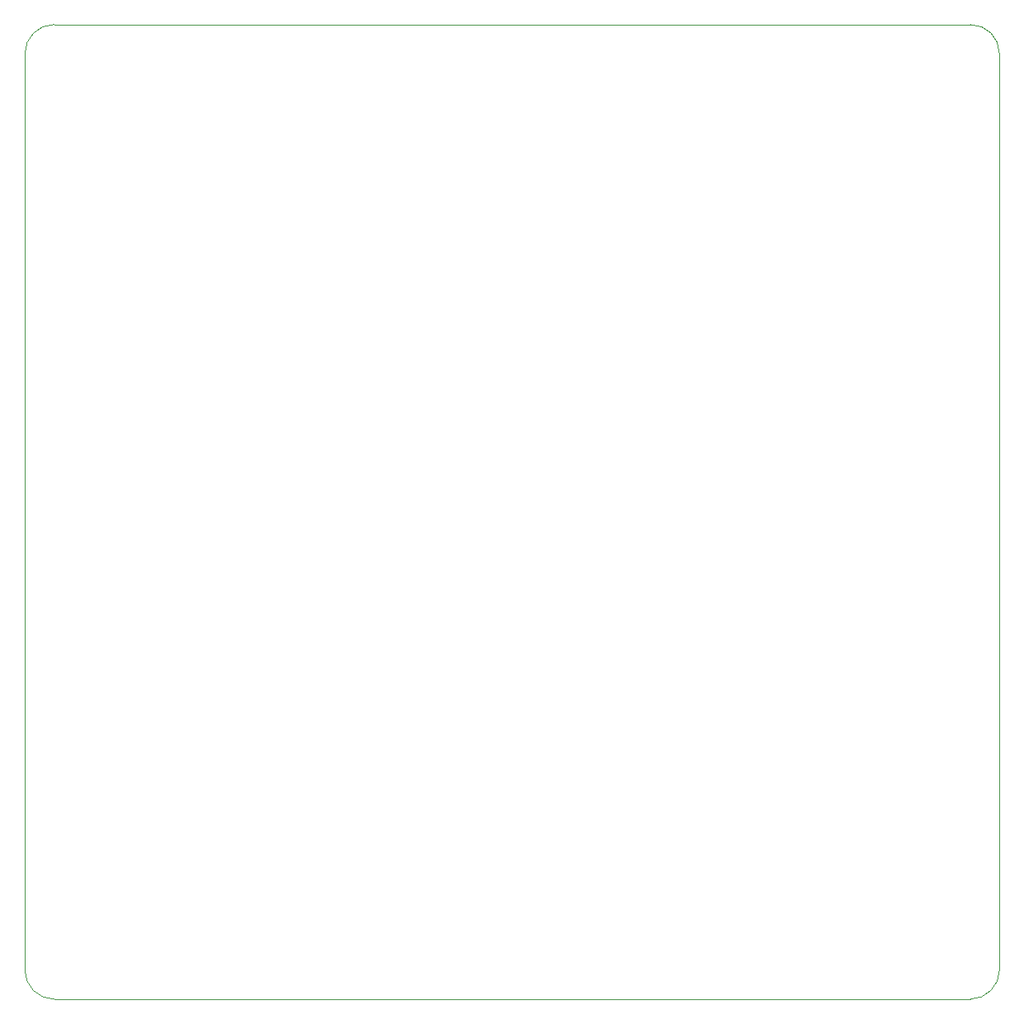
<source format=gm1>
G04 #@! TF.GenerationSoftware,KiCad,Pcbnew,8.0.2-1*
G04 #@! TF.CreationDate,2024-06-26T09:27:31-04:00*
G04 #@! TF.ProjectId,MiniCamel,4d696e69-4361-46d6-956c-2e6b69636164,2.1*
G04 #@! TF.SameCoordinates,PX16e3600PY6052340*
G04 #@! TF.FileFunction,Profile,NP*
%FSLAX46Y46*%
G04 Gerber Fmt 4.6, Leading zero omitted, Abs format (unit mm)*
G04 Created by KiCad (PCBNEW 8.0.2-1) date 2024-06-26 09:27:31*
%MOMM*%
%LPD*%
G01*
G04 APERTURE LIST*
G04 #@! TA.AperFunction,Profile*
%ADD10C,0.100000*%
G04 #@! TD*
G04 APERTURE END LIST*
D10*
X0Y74000000D02*
G75*
G02*
X3000000Y77000000I3000000J0D01*
G01*
X3000000Y-23000000D02*
G75*
G02*
X0Y-20000000I0J3000000D01*
G01*
X3000000Y-23000000D02*
X97000000Y-23000000D01*
X96999996Y77000432D02*
G75*
G02*
X99999927Y74000001I27704J-2972232D01*
G01*
X0Y74000000D02*
X0Y-20000000D01*
X100000000Y-20000000D02*
G75*
G02*
X97000000Y-23000000I-3000000J0D01*
G01*
X3000000Y77000000D02*
X97000000Y77000000D01*
X100000000Y-20000000D02*
X100000000Y74000000D01*
M02*

</source>
